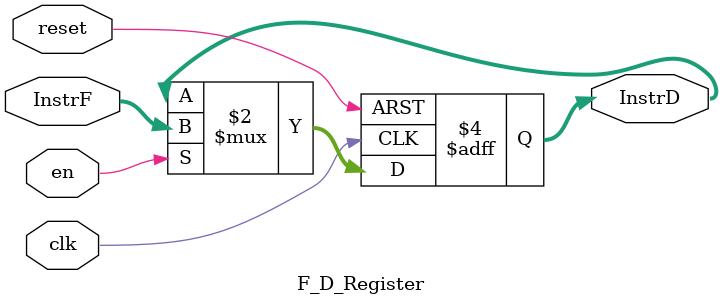
<source format=v>
module F_D_Register (
    input wire clk,
    input wire reset,
    input wire en,
    // Inputs from IF stage
    input wire [31:0] InstrF,
    output reg [31:0] InstrD
);

    always @(posedge clk or posedge reset) begin
        if (reset) begin
            InstrD <= 32'b0;
        end
        else if (en) begin
            InstrD <= InstrF;
        end
    end
endmodule
</source>
